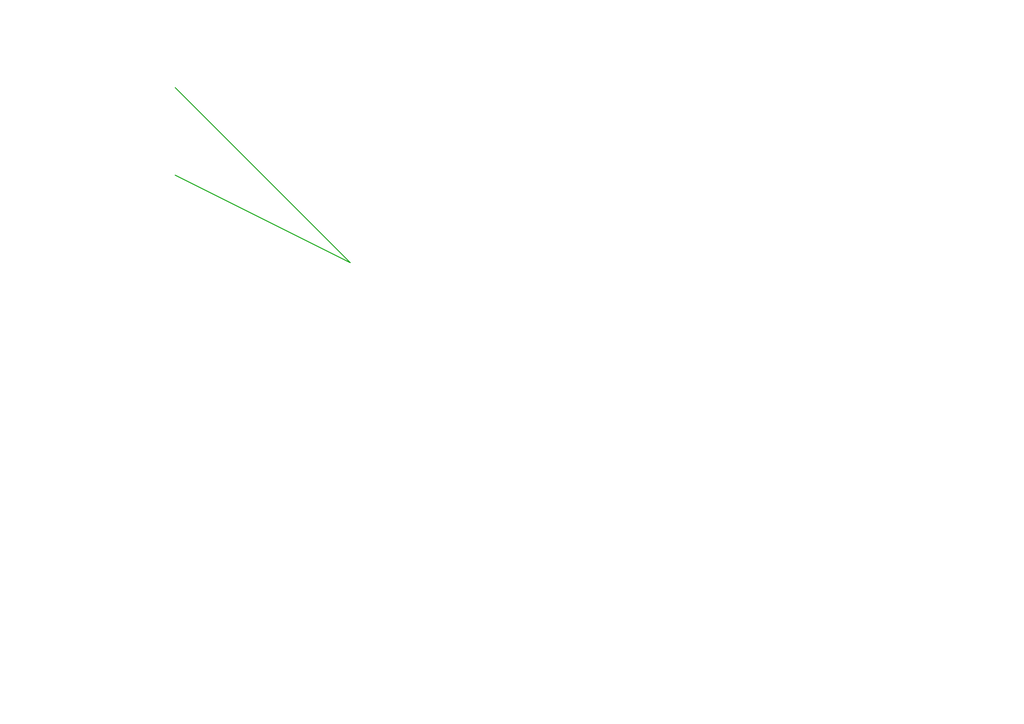
<source format=kicad_sch>
(kicad_sch (version 20211123) (generator eeschema) (uuid 12345678-1234-1234-1234-123456789abc) (paper "A4") (title_block (title "Test Wiring") (date "2025-01-18") (rev "1")) 

(symbol (lib_id "Device:R") (at 50.8 50.8 0) (unit 1) (uuid abcd1234-1234-1234-1234-123456789def) 

(property "Reference" "R_SCL" (id 0) (at 52.578 49.6316 0) (effects (font (size 1.27 1.27)) (justify left))) 

(property "Value" "10k" (id 1) (at 52.578 51.9366 0) (effects (font (size 1.27 1.27)) (justify left))) 

(property "Footprint" "" (id 2) (at 49.022 50.8 90) (effects (font (size 1.27 1.27)) hide)) 

(property "Datasheet" "~" (id 3) (at 50.8 50.8 0) (effects (font (size 1.27 1.27)) hide)) (pin "1" (uuid 1111aaaa-1111-1111-1111-111111111111)) (pin "2" (uuid 2222bbbb-2222-2222-2222-222222222222))) 

(symbol (lib_id "MCU_ST_STM32F4:STM32F407VGTx") (at 101.6 76.2 0) (unit 1) (uuid efgh5678-5678-5678-5678-567856785678) 

(property "Reference" "U1" (id 0) (at 104.521 74.6316 0) (effects (font (size 1.27 1.27)) (justify left))) 

(property "Value" "TAS5830" (id 1) (at 104.521 76.9366 0) (effects (font (size 1.27 1.27)) (justify left))) 

(property "Footprint" "" (id 2) (at 101.6 80.61 0) (effects (font (size 1.27 1.27)) hide)) 

(property "Datasheet" "~" (id 3) (at 101.6 76.2 0) (effects (font (size 1.27 1.27)) hide)) (pin "1" (uuid 3333cccc-3333-3333-3333-333333333333)) (pin "2" (uuid 4444dddd-4444-4444-4444-444444444444)) (pin "3" (uuid 5555eeee-5555-5555-5555-555555555555)) (pin "4" (uuid 6666ffff-6666-6666-6666-666666666666)) (pin "5" (uuid 7777gggg-7777-7777-7777-777777777777))) 

(symbol (lib_id "Device:R") (at 50.8 25.4 0) (unit 1) (uuid ijkl9012-9012-9012-9012-901290129012) 

(property "Reference" "R_PDN" (id 0) (at 52.578 24.0316 0) (effects (font (size 1.27 1.27)) (justify left))) 

(property "Value" "100k" (id 1) (at 52.578 26.3366 0) (effects (font (size 1.27 1.27)) (justify left))) 

(property "Footprint" "" (id 2) (at 49.022 25.4 90) (effects (font (size 1.27 1.27)) hide)) 

(property "Datasheet" "~" (id 3) (at 50.8 25.4 0) (effects (font (size 1.27 1.27)) hide)) (pin "1" (uuid 8888hhhh-8888-8888-8888-888888888888)) (pin "2" (uuid 9999iiii-9999-9999-9999-999999999999))) 

(wire (pts 

(xy 50.8 50.8) 

(xy 101.6 76.2)) (stroke (width 0) (type default)) (uuid dd2be8f6-76dd-4d94-a683-f67387cd1273)) 

(wire (pts 

(xy 50.8 50.8) 

(xy 101.6 76.2)) (stroke (width 0) (type default)) (uuid 4e1422e3-d95e-4aea-ad8f-e267d3302939)) 

(wire (pts 

(xy 50.8 25.4) 

(xy 101.6 76.2)) (stroke (width 0) (type default)) (uuid e6937172-4feb-46db-a837-39cb9c944641)) 

(wire (pts 

(xy 50.8 50.8) 

(xy 101.6 76.2)) (stroke (width 0) (type default)) (uuid f0b76cab-64e2-4502-80e1-de9e9796a4f8)) 

(wire (pts 

(xy 50.8 50.8) 

(xy 101.6 76.2)) (stroke (width 0) (type default)) (uuid 5faba835-d249-40b3-ad9e-5457c2ad666c)) 

(wire (pts 

(xy 50.8 50.8) 

(xy 101.6 76.2)) (stroke (width 0) (type default)) (uuid a0f39fb2-b5fb-45e1-a375-91fd72cca86c)) 

(wire (pts 

(xy 50.8 25.4) 

(xy 101.6 76.2)) (stroke (width 0) (type default)) (uuid 8d123830-950c-48ff-a4ac-35d28726ce02)) 

(wire (pts 

(xy 50.8 25.4) 

(xy 101.6 76.2)) (stroke (width 0) (type default)) (uuid d44ec0d9-4800-4519-ab2c-2dfe46d11f26)))
</source>
